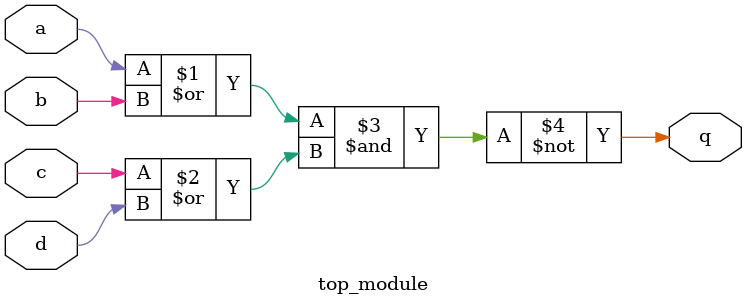
<source format=sv>
module top_module (
    input a, 
    input b, 
    input c, 
    input d,
    output q
);

    assign q = ~((a | b) & (c | d));

endmodule

</source>
